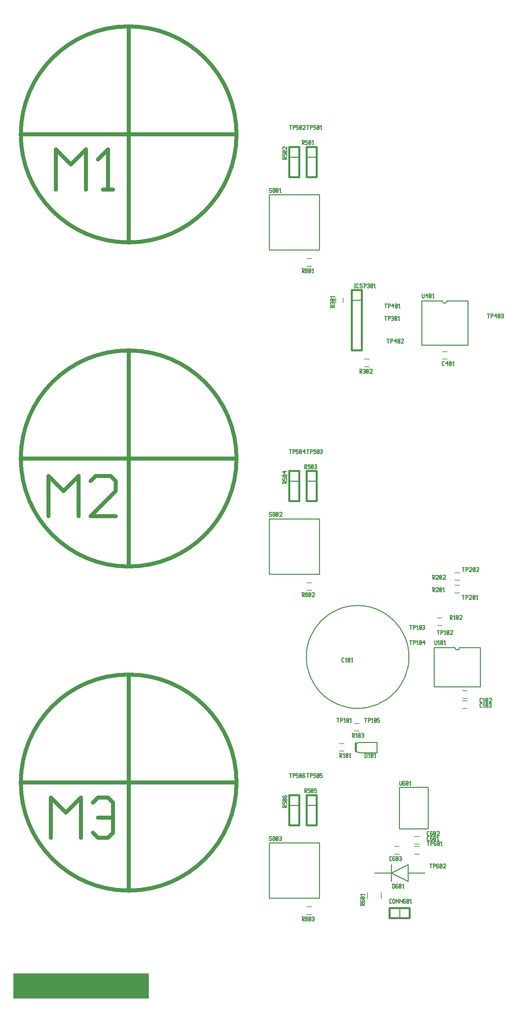
<source format=gbr>
G04 start of page 7 for group -4079 idx -4079
G04 Title: (unknown), topsilk *
G04 Creator: pcb-bin 20060822 *
G04 CreationDate: Mon Jun 16 01:23:04 2008 UTC *
G04 For: pete *
G04 Format: Gerber/RS-274X *
G04 PCB-Dimensions: 645000 1075000 *
G04 PCB-Coordinate-Origin: lower left *
%MOIN*%
%FSLAX24Y24*%
%LNFRONTSILK*%
%ADD11C,0.0200*%
%ADD12C,0.0400*%
%ADD13C,0.0080*%
%ADD14C,0.0100*%
G54D11*G36*
X10000Y2500D02*X23500D01*
Y0D01*
X10000D01*
Y2500D01*
G37*
G54D12*X21500Y64500D02*Y43000D01*
Y96750D02*Y75250D01*
Y32250D02*Y10750D01*
X11000Y53750D02*X32250D01*
X11000Y21500D02*X32250D01*
X11000Y86000D02*X32250D01*
X21500Y32250D02*G75*G02X32250Y21500I0J-10750D01*G01*
X21500Y64500D02*G75*G02X32250Y53750I0J-10750D01*G01*
X10750Y21500D02*G75*G02X21500Y32250I10750J0D01*G01*
Y43000D02*G75*G02X10750Y53750I0J10750D01*G01*
G75*G02X21500Y64500I10750J0D01*G01*
X32250Y53750D02*G75*G02X21500Y43000I-10750J0D01*G01*
X32250Y21500D02*G75*G02X21500Y10750I-10750J0D01*G01*
G75*G02X10750Y21500I0J10750D01*G01*
X32250Y86000D02*G75*G02X21500Y75250I-10750J0D01*G01*
Y96750D02*G75*G02X32250Y86000I0J-10750D01*G01*
X21500Y75250D02*G75*G02X10750Y86000I0J10750D01*G01*
G75*G02X21500Y96750I10750J0D01*G01*
X14250Y84500D02*Y80500D01*
Y84500D02*X15750Y83000D01*
X17250Y84500D01*
Y80500D01*
X18951D02*X19951D01*
X19451Y84500D02*Y80500D01*
X18451Y83500D02*X19451Y84500D01*
X13750Y20000D02*Y16000D01*
Y20000D02*X15250Y18500D01*
X16750Y20000D01*
Y16000D01*
X17951Y19500D02*X18451Y20000D01*
X19451D01*
X19951Y19500D01*
Y16500D01*
X19451Y16000D02*X19951Y16500D01*
X18451Y16000D02*X19451D01*
X17951Y16500D02*X18451Y16000D01*
Y18000D02*X19951D01*
X13500Y52000D02*Y48000D01*
Y52000D02*X15000Y50500D01*
X16500Y52000D01*
Y48000D01*
X17701Y51500D02*X18201Y52000D01*
X19701D01*
X20201Y51500D01*
Y50500D01*
X17701Y48000D02*X20201Y50500D01*
X17701Y48000D02*X20201D01*
G54D13*X54763Y29624D02*X55236D01*
X54763Y28876D02*X55236D01*
X54763Y30624D02*X55236D01*
X54763Y29876D02*X55236D01*
G54D14*X56550Y34950D02*X54500D01*
X51950D02*X54000D01*
X56550Y31050D02*Y34950D01*
X51950Y31050D02*X56550D01*
X51950Y34950D02*Y31050D01*
X54000Y34950D02*G75*G03X54500Y34950I250J0D01*G01*
G54D13*X54013Y41626D02*X54486D01*
X54013Y42374D02*X54486D01*
X54013Y40376D02*X54486D01*
X54013Y41124D02*X54486D01*
X52263Y37126D02*X52736D01*
X52263Y37874D02*X52736D01*
G54D14*X39206Y33999D02*G75*G03X44324Y28881I5118J0D01*G01*
X49442Y33999D02*G75*G03X44324Y39118I-5118J0D01*G01*
X44324Y28881D02*G75*G03X49442Y34000I0J5118D01*G01*
X44324Y39118D02*G75*G03X39206Y34000I0J-5118D01*G01*
X40250Y52500D02*Y51500D01*
X39250D02*X40250D01*
G54D11*X39250Y52500D02*X40250D01*
Y49500D01*
X39250D02*X40250D01*
X39250Y52500D02*Y49500D01*
G54D14*X38500Y52500D02*Y51500D01*
X37500D02*X38500D01*
G54D11*X37500Y52500D02*X38500D01*
Y49500D01*
X37500D02*X38500D01*
X37500Y52500D02*Y49500D01*
G54D13*X39263Y40626D02*X39736D01*
X39263Y41374D02*X39736D01*
G54D14*X40500Y47750D02*X35500D01*
X40500Y42250D02*X35500D01*
X40500Y47750D02*Y42250D01*
X35500D02*Y47750D01*
G54D13*X50013Y14376D02*X50486D01*
X50013Y15124D02*X50486D01*
X50013Y15376D02*X50486D01*
X50013Y16124D02*X50486D01*
G54D14*X51330Y21040D02*X48480D01*
X51330Y16900D02*Y21040D01*
X48480Y16900D02*X51330D01*
X48480Y21040D02*Y16900D01*
G54D13*X48013Y15124D02*X48486D01*
X48013Y14376D02*X48486D01*
G54D14*X47500Y9000D02*X48500D01*
Y8000D01*
G54D11*X47500Y9000D02*Y8000D01*
Y9000D02*X49500D01*
Y8000D01*
X47500D02*X49500D01*
G54D14*X47660Y13330D02*Y11670D01*
X49340D02*X47660Y12500D01*
X49340Y13330D02*Y11670D01*
X47660Y12500D02*X49340Y13330D01*
Y12500D02*X51000D01*
X46000D02*X47660D01*
G54D13*X46688Y10564D02*Y9935D01*
X45311Y10564D02*Y9935D01*
G54D14*X44490Y25510D02*X44150Y25400D01*
X46250Y25510D02*X44490D01*
X46250Y24490D02*Y25510D01*
X44490Y24490D02*X46250D01*
X44150Y24600D02*X44490Y24490D01*
G54D11*X44150Y25400D02*Y24600D01*
G54D13*X44013Y26626D02*X44486D01*
X44013Y27374D02*X44486D01*
X42513Y25374D02*X42986D01*
X42513Y24626D02*X42986D01*
G54D14*X38500Y20250D02*Y19250D01*
X37500D02*X38500D01*
G54D11*X37500Y20250D02*X38500D01*
Y17250D01*
X37500D02*X38500D01*
X37500Y20250D02*Y17250D01*
G54D14*X40250Y20250D02*Y19250D01*
X39250D02*X40250D01*
G54D11*X39250Y20250D02*X40250D01*
Y17250D01*
X39250D02*X40250D01*
X39250Y20250D02*Y17250D01*
G54D13*X39263Y8376D02*X39736D01*
X39263Y9124D02*X39736D01*
G54D14*X40500Y15500D02*X35500D01*
X40500Y10000D02*X35500D01*
X40500Y15500D02*Y10000D01*
X35500D02*Y15500D01*
G54D13*X52763Y63626D02*X53236D01*
X52763Y64374D02*X53236D01*
G54D14*X55300Y69450D02*X53250D01*
X50700D02*X52750D01*
X55300Y65050D02*Y69450D01*
X50700Y65050D02*X55300D01*
X50700Y69450D02*Y65050D01*
X52750Y69450D02*G75*G03X53250Y69450I250J0D01*G01*
G54D13*X45013Y62876D02*X45486D01*
X45013Y63624D02*X45486D01*
G54D14*X44750Y69500D02*Y70500D01*
X43750Y69500D02*X44750D01*
G54D11*Y70500D02*X43750D01*
X44750Y64500D02*Y70500D01*
X43750Y64500D02*X44750D01*
X43750Y70500D02*Y64500D01*
G54D13*X42126Y69736D02*Y69263D01*
X42874Y69736D02*Y69263D01*
G54D14*X40250Y84750D02*Y83750D01*
X39250D02*X40250D01*
G54D11*X39250Y84750D02*X40250D01*
Y81750D01*
X39250D02*X40250D01*
X39250Y84750D02*Y81750D01*
G54D14*X38500Y84750D02*Y83750D01*
X37500D02*X38500D01*
G54D11*X37500Y84750D02*X38500D01*
Y81750D01*
X37500D02*X38500D01*
X37500Y84750D02*Y81750D01*
G54D13*X39263Y72876D02*X39736D01*
X39263Y73624D02*X39736D01*
G54D14*X40500Y80000D02*X35500D01*
X40500Y74500D02*X35500D01*
X40500Y80000D02*Y74500D01*
X35500D02*Y80000D01*
X56550Y29000D02*X56700D01*
X56500Y29050D02*X56550Y29000D01*
X56500Y29350D02*Y29050D01*
Y29350D02*X56550Y29400D01*
X56700D01*
X56870Y29000D02*X56970D01*
X56920Y29400D02*Y29000D01*
X56820Y29300D02*X56920Y29400D01*
X57090Y29050D02*X57140Y29000D01*
X57090Y29350D02*Y29050D01*
Y29350D02*X57140Y29400D01*
X57240D01*
X57290Y29350D01*
Y29050D01*
X57240Y29000D02*X57290Y29050D01*
X57140Y29000D02*X57240D01*
X57090Y29100D02*X57290Y29300D01*
X57410Y29350D02*X57460Y29400D01*
X57560D01*
X57610Y29350D01*
Y29050D01*
X57560Y29000D02*X57610Y29050D01*
X57460Y29000D02*X57560D01*
X57410Y29050D02*X57460Y29000D01*
Y29200D02*X57610D01*
X56550Y29500D02*X56700D01*
X56500Y29550D02*X56550Y29500D01*
X56500Y29850D02*Y29550D01*
Y29850D02*X56550Y29900D01*
X56700D01*
X56870Y29500D02*X56970D01*
X56920Y29900D02*Y29500D01*
X56820Y29800D02*X56920Y29900D01*
X57090Y29550D02*X57140Y29500D01*
X57090Y29850D02*Y29550D01*
Y29850D02*X57140Y29900D01*
X57240D01*
X57290Y29850D01*
Y29550D01*
X57240Y29500D02*X57290Y29550D01*
X57140Y29500D02*X57240D01*
X57090Y29600D02*X57290Y29800D01*
X57410Y29850D02*X57460Y29900D01*
X57610D01*
X57660Y29850D01*
Y29750D01*
X57410Y29500D02*X57660Y29750D01*
X57410Y29500D02*X57660D01*
X54750Y40150D02*X54950D01*
X54850D02*Y39750D01*
X55120Y40150D02*Y39750D01*
X55070Y40150D02*X55270D01*
X55320Y40100D01*
Y40000D01*
X55270Y39950D02*X55320Y40000D01*
X55120Y39950D02*X55270D01*
X55440Y40100D02*X55490Y40150D01*
X55640D01*
X55690Y40100D01*
Y40000D01*
X55440Y39750D02*X55690Y40000D01*
X55440Y39750D02*X55690D01*
X55810Y39800D02*X55860Y39750D01*
X55810Y40100D02*Y39800D01*
Y40100D02*X55860Y40150D01*
X55960D01*
X56010Y40100D01*
Y39800D01*
X55960Y39750D02*X56010Y39800D01*
X55860Y39750D02*X55960D01*
X55810Y39850D02*X56010Y40050D01*
X56180Y39750D02*X56280D01*
X56230Y40150D02*Y39750D01*
X56130Y40050D02*X56230Y40150D01*
X54750Y42900D02*X54950D01*
X54850D02*Y42500D01*
X55120Y42900D02*Y42500D01*
X55070Y42900D02*X55270D01*
X55320Y42850D01*
Y42750D01*
X55270Y42700D02*X55320Y42750D01*
X55120Y42700D02*X55270D01*
X55440Y42850D02*X55490Y42900D01*
X55640D01*
X55690Y42850D01*
Y42750D01*
X55440Y42500D02*X55690Y42750D01*
X55440Y42500D02*X55690D01*
X55810Y42550D02*X55860Y42500D01*
X55810Y42850D02*Y42550D01*
Y42850D02*X55860Y42900D01*
X55960D01*
X56010Y42850D01*
Y42550D01*
X55960Y42500D02*X56010Y42550D01*
X55860Y42500D02*X55960D01*
X55810Y42600D02*X56010Y42800D01*
X56130Y42850D02*X56180Y42900D01*
X56330D01*
X56380Y42850D01*
Y42750D01*
X56130Y42500D02*X56380Y42750D01*
X56130Y42500D02*X56380D01*
X53500Y38150D02*X53700D01*
X53750Y38100D01*
Y38000D01*
X53700Y37950D02*X53750Y38000D01*
X53550Y37950D02*X53700D01*
X53550Y38150D02*Y37750D01*
Y37950D02*X53750Y37750D01*
X53920D02*X54020D01*
X53970Y38150D02*Y37750D01*
X53870Y38050D02*X53970Y38150D01*
X54140Y37800D02*X54190Y37750D01*
X54140Y38100D02*Y37800D01*
Y38100D02*X54190Y38150D01*
X54290D01*
X54340Y38100D01*
Y37800D01*
X54290Y37750D02*X54340Y37800D01*
X54190Y37750D02*X54290D01*
X54140Y37850D02*X54340Y38050D01*
X54460Y38100D02*X54510Y38150D01*
X54660D01*
X54710Y38100D01*
Y38000D01*
X54460Y37750D02*X54710Y38000D01*
X54460Y37750D02*X54710D01*
X52000Y35650D02*Y35300D01*
X52050Y35250D01*
X52150D01*
X52200Y35300D01*
Y35650D02*Y35300D01*
X52370Y35250D02*X52470D01*
X52420Y35650D02*Y35250D01*
X52320Y35550D02*X52420Y35650D01*
X52590Y35300D02*X52640Y35250D01*
X52590Y35600D02*Y35300D01*
Y35600D02*X52640Y35650D01*
X52740D01*
X52790Y35600D01*
Y35300D01*
X52740Y35250D02*X52790Y35300D01*
X52640Y35250D02*X52740D01*
X52590Y35350D02*X52790Y35550D01*
X52960Y35250D02*X53060D01*
X53010Y35650D02*Y35250D01*
X52910Y35550D02*X53010Y35650D01*
X52250Y36650D02*X52450D01*
X52350D02*Y36250D01*
X52620Y36650D02*Y36250D01*
X52570Y36650D02*X52770D01*
X52820Y36600D01*
Y36500D01*
X52770Y36450D02*X52820Y36500D01*
X52620Y36450D02*X52770D01*
X52990Y36250D02*X53090D01*
X53040Y36650D02*Y36250D01*
X52940Y36550D02*X53040Y36650D01*
X53210Y36300D02*X53260Y36250D01*
X53210Y36600D02*Y36300D01*
Y36600D02*X53260Y36650D01*
X53360D01*
X53410Y36600D01*
Y36300D01*
X53360Y36250D02*X53410Y36300D01*
X53260Y36250D02*X53360D01*
X53210Y36350D02*X53410Y36550D01*
X53530Y36600D02*X53580Y36650D01*
X53730D01*
X53780Y36600D01*
Y36500D01*
X53530Y36250D02*X53780Y36500D01*
X53530Y36250D02*X53780D01*
X51750Y40900D02*X51950D01*
X52000Y40850D01*
Y40750D01*
X51950Y40700D02*X52000Y40750D01*
X51800Y40700D02*X51950D01*
X51800Y40900D02*Y40500D01*
Y40700D02*X52000Y40500D01*
X52120Y40850D02*X52170Y40900D01*
X52320D01*
X52370Y40850D01*
Y40750D01*
X52120Y40500D02*X52370Y40750D01*
X52120Y40500D02*X52370D01*
X52490Y40550D02*X52540Y40500D01*
X52490Y40850D02*Y40550D01*
Y40850D02*X52540Y40900D01*
X52640D01*
X52690Y40850D01*
Y40550D01*
X52640Y40500D02*X52690Y40550D01*
X52540Y40500D02*X52640D01*
X52490Y40600D02*X52690Y40800D01*
X52860Y40500D02*X52960D01*
X52910Y40900D02*Y40500D01*
X52810Y40800D02*X52910Y40900D01*
X49500Y37150D02*X49700D01*
X49600D02*Y36750D01*
X49870Y37150D02*Y36750D01*
X49820Y37150D02*X50020D01*
X50070Y37100D01*
Y37000D01*
X50020Y36950D02*X50070Y37000D01*
X49870Y36950D02*X50020D01*
X50240Y36750D02*X50340D01*
X50290Y37150D02*Y36750D01*
X50190Y37050D02*X50290Y37150D01*
X50460Y36800D02*X50510Y36750D01*
X50460Y37100D02*Y36800D01*
Y37100D02*X50510Y37150D01*
X50610D01*
X50660Y37100D01*
Y36800D01*
X50610Y36750D02*X50660Y36800D01*
X50510Y36750D02*X50610D01*
X50460Y36850D02*X50660Y37050D01*
X50780Y37100D02*X50830Y37150D01*
X50930D01*
X50980Y37100D01*
Y36800D01*
X50930Y36750D02*X50980Y36800D01*
X50830Y36750D02*X50930D01*
X50780Y36800D02*X50830Y36750D01*
Y36950D02*X50980D01*
X49500Y35650D02*X49700D01*
X49600D02*Y35250D01*
X49870Y35650D02*Y35250D01*
X49820Y35650D02*X50020D01*
X50070Y35600D01*
Y35500D01*
X50020Y35450D02*X50070Y35500D01*
X49870Y35450D02*X50020D01*
X50240Y35250D02*X50340D01*
X50290Y35650D02*Y35250D01*
X50190Y35550D02*X50290Y35650D01*
X50460Y35300D02*X50510Y35250D01*
X50460Y35600D02*Y35300D01*
Y35600D02*X50510Y35650D01*
X50610D01*
X50660Y35600D01*
Y35300D01*
X50610Y35250D02*X50660Y35300D01*
X50510Y35250D02*X50610D01*
X50460Y35350D02*X50660Y35550D01*
X50780Y35450D02*X50980Y35650D01*
X50780Y35450D02*X51030D01*
X50980Y35650D02*Y35250D01*
X51750Y42150D02*X51950D01*
X52000Y42100D01*
Y42000D01*
X51950Y41950D02*X52000Y42000D01*
X51800Y41950D02*X51950D01*
X51800Y42150D02*Y41750D01*
Y41950D02*X52000Y41750D01*
X52120Y42100D02*X52170Y42150D01*
X52320D01*
X52370Y42100D01*
Y42000D01*
X52120Y41750D02*X52370Y42000D01*
X52120Y41750D02*X52370D01*
X52490Y41800D02*X52540Y41750D01*
X52490Y42100D02*Y41800D01*
Y42100D02*X52540Y42150D01*
X52640D01*
X52690Y42100D01*
Y41800D01*
X52640Y41750D02*X52690Y41800D01*
X52540Y41750D02*X52640D01*
X52490Y41850D02*X52690Y42050D01*
X52810Y42100D02*X52860Y42150D01*
X53010D01*
X53060Y42100D01*
Y42000D01*
X52810Y41750D02*X53060Y42000D01*
X52810Y41750D02*X53060D01*
X42800Y33500D02*X42950D01*
X42750Y33550D02*X42800Y33500D01*
X42750Y33850D02*Y33550D01*
Y33850D02*X42800Y33900D01*
X42950D01*
X43120Y33500D02*X43220D01*
X43170Y33900D02*Y33500D01*
X43070Y33800D02*X43170Y33900D01*
X43340Y33550D02*X43390Y33500D01*
X43340Y33850D02*Y33550D01*
Y33850D02*X43390Y33900D01*
X43490D01*
X43540Y33850D01*
Y33550D01*
X43490Y33500D02*X43540Y33550D01*
X43390Y33500D02*X43490D01*
X43340Y33600D02*X43540Y33800D01*
X43710Y33500D02*X43810D01*
X43760Y33900D02*Y33500D01*
X43660Y33800D02*X43760Y33900D01*
X38750Y40400D02*X38950D01*
X39000Y40350D01*
Y40250D01*
X38950Y40200D02*X39000Y40250D01*
X38800Y40200D02*X38950D01*
X38800Y40400D02*Y40000D01*
Y40200D02*X39000Y40000D01*
X39120Y40050D02*X39170Y40000D01*
X39120Y40150D02*Y40050D01*
Y40150D02*X39170Y40200D01*
X39270D01*
X39320Y40150D01*
Y40050D01*
X39270Y40000D02*X39320Y40050D01*
X39170Y40000D02*X39270D01*
X39120Y40250D02*X39170Y40200D01*
X39120Y40350D02*Y40250D01*
Y40350D02*X39170Y40400D01*
X39270D01*
X39320Y40350D01*
Y40250D01*
X39270Y40200D02*X39320Y40250D01*
X39440Y40050D02*X39490Y40000D01*
X39440Y40350D02*Y40050D01*
Y40350D02*X39490Y40400D01*
X39590D01*
X39640Y40350D01*
Y40050D01*
X39590Y40000D02*X39640Y40050D01*
X39490Y40000D02*X39590D01*
X39440Y40100D02*X39640Y40300D01*
X39760Y40350D02*X39810Y40400D01*
X39960D01*
X40010Y40350D01*
Y40250D01*
X39760Y40000D02*X40010Y40250D01*
X39760Y40000D02*X40010D01*
X57250Y68150D02*X57450D01*
X57350D02*Y67750D01*
X57620Y68150D02*Y67750D01*
X57570Y68150D02*X57770D01*
X57820Y68100D01*
Y68000D01*
X57770Y67950D02*X57820Y68000D01*
X57620Y67950D02*X57770D01*
X57940D02*X58140Y68150D01*
X57940Y67950D02*X58190D01*
X58140Y68150D02*Y67750D01*
X58310Y67800D02*X58360Y67750D01*
X58310Y68100D02*Y67800D01*
Y68100D02*X58360Y68150D01*
X58460D01*
X58510Y68100D01*
Y67800D01*
X58460Y67750D02*X58510Y67800D01*
X58360Y67750D02*X58460D01*
X58310Y67850D02*X58510Y68050D01*
X58630Y68100D02*X58680Y68150D01*
X58780D01*
X58830Y68100D01*
Y67800D01*
X58780Y67750D02*X58830Y67800D01*
X58680Y67750D02*X58780D01*
X58630Y67800D02*X58680Y67750D01*
Y67950D02*X58830D01*
X52800Y63000D02*X52950D01*
X52750Y63050D02*X52800Y63000D01*
X52750Y63350D02*Y63050D01*
Y63350D02*X52800Y63400D01*
X52950D01*
X53070Y63200D02*X53270Y63400D01*
X53070Y63200D02*X53320D01*
X53270Y63400D02*Y63000D01*
X53440Y63050D02*X53490Y63000D01*
X53440Y63350D02*Y63050D01*
Y63350D02*X53490Y63400D01*
X53590D01*
X53640Y63350D01*
Y63050D01*
X53590Y63000D02*X53640Y63050D01*
X53490Y63000D02*X53590D01*
X53440Y63100D02*X53640Y63300D01*
X53810Y63000D02*X53910D01*
X53860Y63400D02*Y63000D01*
X53760Y63300D02*X53860Y63400D01*
X39000Y53150D02*X39200D01*
X39250Y53100D01*
Y53000D01*
X39200Y52950D02*X39250Y53000D01*
X39050Y52950D02*X39200D01*
X39050Y53150D02*Y52750D01*
Y52950D02*X39250Y52750D01*
X39370Y53150D02*X39570D01*
X39370D02*Y52950D01*
X39420Y53000D01*
X39520D01*
X39570Y52950D01*
Y52800D01*
X39520Y52750D02*X39570Y52800D01*
X39420Y52750D02*X39520D01*
X39370Y52800D02*X39420Y52750D01*
X39690Y52800D02*X39740Y52750D01*
X39690Y53100D02*Y52800D01*
Y53100D02*X39740Y53150D01*
X39840D01*
X39890Y53100D01*
Y52800D01*
X39840Y52750D02*X39890Y52800D01*
X39740Y52750D02*X39840D01*
X39690Y52850D02*X39890Y53050D01*
X40010Y53100D02*X40060Y53150D01*
X40160D01*
X40210Y53100D01*
Y52800D01*
X40160Y52750D02*X40210Y52800D01*
X40060Y52750D02*X40160D01*
X40010Y52800D02*X40060Y52750D01*
Y52950D02*X40210D01*
X47250Y65650D02*X47450D01*
X47350D02*Y65250D01*
X47620Y65650D02*Y65250D01*
X47570Y65650D02*X47770D01*
X47820Y65600D01*
Y65500D01*
X47770Y65450D02*X47820Y65500D01*
X47620Y65450D02*X47770D01*
X47940D02*X48140Y65650D01*
X47940Y65450D02*X48190D01*
X48140Y65650D02*Y65250D01*
X48310Y65300D02*X48360Y65250D01*
X48310Y65600D02*Y65300D01*
Y65600D02*X48360Y65650D01*
X48460D01*
X48510Y65600D01*
Y65300D01*
X48460Y65250D02*X48510Y65300D01*
X48360Y65250D02*X48460D01*
X48310Y65350D02*X48510Y65550D01*
X48630Y65600D02*X48680Y65650D01*
X48830D01*
X48880Y65600D01*
Y65500D01*
X48630Y65250D02*X48880Y65500D01*
X48630Y65250D02*X48880D01*
X44500Y62650D02*X44700D01*
X44750Y62600D01*
Y62500D01*
X44700Y62450D02*X44750Y62500D01*
X44550Y62450D02*X44700D01*
X44550Y62650D02*Y62250D01*
Y62450D02*X44750Y62250D01*
X44870Y62600D02*X44920Y62650D01*
X45020D01*
X45070Y62600D01*
Y62300D01*
X45020Y62250D02*X45070Y62300D01*
X44920Y62250D02*X45020D01*
X44870Y62300D02*X44920Y62250D01*
Y62450D02*X45070D01*
X45190Y62300D02*X45240Y62250D01*
X45190Y62600D02*Y62300D01*
Y62600D02*X45240Y62650D01*
X45340D01*
X45390Y62600D01*
Y62300D01*
X45340Y62250D02*X45390Y62300D01*
X45240Y62250D02*X45340D01*
X45190Y62350D02*X45390Y62550D01*
X45510Y62600D02*X45560Y62650D01*
X45710D01*
X45760Y62600D01*
Y62500D01*
X45510Y62250D02*X45760Y62500D01*
X45510Y62250D02*X45760D01*
X39250Y54650D02*X39450D01*
X39350D02*Y54250D01*
X39620Y54650D02*Y54250D01*
X39570Y54650D02*X39770D01*
X39820Y54600D01*
Y54500D01*
X39770Y54450D02*X39820Y54500D01*
X39620Y54450D02*X39770D01*
X39940Y54650D02*X40140D01*
X39940D02*Y54450D01*
X39990Y54500D01*
X40090D01*
X40140Y54450D01*
Y54300D01*
X40090Y54250D02*X40140Y54300D01*
X39990Y54250D02*X40090D01*
X39940Y54300D02*X39990Y54250D01*
X40260Y54300D02*X40310Y54250D01*
X40260Y54600D02*Y54300D01*
Y54600D02*X40310Y54650D01*
X40410D01*
X40460Y54600D01*
Y54300D01*
X40410Y54250D02*X40460Y54300D01*
X40310Y54250D02*X40410D01*
X40260Y54350D02*X40460Y54550D01*
X40580Y54600D02*X40630Y54650D01*
X40730D01*
X40780Y54600D01*
Y54300D01*
X40730Y54250D02*X40780Y54300D01*
X40630Y54250D02*X40730D01*
X40580Y54300D02*X40630Y54250D01*
Y54450D02*X40780D01*
X37500Y54650D02*X37700D01*
X37600D02*Y54250D01*
X37870Y54650D02*Y54250D01*
X37820Y54650D02*X38020D01*
X38070Y54600D01*
Y54500D01*
X38020Y54450D02*X38070Y54500D01*
X37870Y54450D02*X38020D01*
X38190Y54650D02*X38390D01*
X38190D02*Y54450D01*
X38240Y54500D01*
X38340D01*
X38390Y54450D01*
Y54300D01*
X38340Y54250D02*X38390Y54300D01*
X38240Y54250D02*X38340D01*
X38190Y54300D02*X38240Y54250D01*
X38510Y54300D02*X38560Y54250D01*
X38510Y54600D02*Y54300D01*
Y54600D02*X38560Y54650D01*
X38660D01*
X38710Y54600D01*
Y54300D01*
X38660Y54250D02*X38710Y54300D01*
X38560Y54250D02*X38660D01*
X38510Y54350D02*X38710Y54550D01*
X38830Y54450D02*X39030Y54650D01*
X38830Y54450D02*X39080D01*
X39030Y54650D02*Y54250D01*
X50750Y70150D02*Y69800D01*
X50800Y69750D01*
X50900D01*
X50950Y69800D01*
Y70150D02*Y69800D01*
X51070Y69950D02*X51270Y70150D01*
X51070Y69950D02*X51320D01*
X51270Y70150D02*Y69750D01*
X51440Y69800D02*X51490Y69750D01*
X51440Y70100D02*Y69800D01*
Y70100D02*X51490Y70150D01*
X51590D01*
X51640Y70100D01*
Y69800D01*
X51590Y69750D02*X51640Y69800D01*
X51490Y69750D02*X51590D01*
X51440Y69850D02*X51640Y70050D01*
X51810Y69750D02*X51910D01*
X51860Y70150D02*Y69750D01*
X51760Y70050D02*X51860Y70150D01*
X47000Y67900D02*X47200D01*
X47100D02*Y67500D01*
X47370Y67900D02*Y67500D01*
X47320Y67900D02*X47520D01*
X47570Y67850D01*
Y67750D01*
X47520Y67700D02*X47570Y67750D01*
X47370Y67700D02*X47520D01*
X47690Y67850D02*X47740Y67900D01*
X47840D01*
X47890Y67850D01*
Y67550D01*
X47840Y67500D02*X47890Y67550D01*
X47740Y67500D02*X47840D01*
X47690Y67550D02*X47740Y67500D01*
Y67700D02*X47890D01*
X48010Y67550D02*X48060Y67500D01*
X48010Y67850D02*Y67550D01*
Y67850D02*X48060Y67900D01*
X48160D01*
X48210Y67850D01*
Y67550D01*
X48160Y67500D02*X48210Y67550D01*
X48060Y67500D02*X48160D01*
X48010Y67600D02*X48210Y67800D01*
X48380Y67500D02*X48480D01*
X48430Y67900D02*Y67500D01*
X48330Y67800D02*X48430Y67900D01*
X47000Y69150D02*X47200D01*
X47100D02*Y68750D01*
X47370Y69150D02*Y68750D01*
X47320Y69150D02*X47520D01*
X47570Y69100D01*
Y69000D01*
X47520Y68950D02*X47570Y69000D01*
X47370Y68950D02*X47520D01*
X47690D02*X47890Y69150D01*
X47690Y68950D02*X47940D01*
X47890Y69150D02*Y68750D01*
X48060Y68800D02*X48110Y68750D01*
X48060Y69100D02*Y68800D01*
Y69100D02*X48110Y69150D01*
X48210D01*
X48260Y69100D01*
Y68800D01*
X48210Y68750D02*X48260Y68800D01*
X48110Y68750D02*X48210D01*
X48060Y68850D02*X48260Y69050D01*
X48430Y68750D02*X48530D01*
X48480Y69150D02*Y68750D01*
X48380Y69050D02*X48480Y69150D01*
X41600Y68950D02*Y68750D01*
Y68950D02*X41650Y69000D01*
X41750D01*
X41800Y68950D02*X41750Y69000D01*
X41800Y68950D02*Y68800D01*
X41600D02*X42000D01*
X41800D02*X42000Y69000D01*
X41650Y69120D02*X41600Y69170D01*
Y69270D02*Y69170D01*
Y69270D02*X41650Y69320D01*
X41950D01*
X42000Y69270D02*X41950Y69320D01*
X42000Y69270D02*Y69170D01*
X41950Y69120D02*X42000Y69170D01*
X41800Y69320D02*Y69170D01*
X41950Y69440D02*X42000Y69490D01*
X41650Y69440D02*X41950D01*
X41650D02*X41600Y69490D01*
Y69590D02*Y69490D01*
Y69590D02*X41650Y69640D01*
X41950D01*
X42000Y69590D02*X41950Y69640D01*
X42000Y69590D02*Y69490D01*
X41900Y69440D02*X41700Y69640D01*
X42000Y69910D02*Y69810D01*
X41600Y69860D02*X42000D01*
X41700Y69760D02*X41600Y69860D01*
X44000Y71150D02*X44100D01*
X44050D02*Y70750D01*
X44000D02*X44100D01*
X44270D02*X44420D01*
X44220Y70800D02*X44270Y70750D01*
X44220Y71100D02*Y70800D01*
Y71100D02*X44270Y71150D01*
X44420D01*
X44740D02*X44790Y71100D01*
X44590Y71150D02*X44740D01*
X44540Y71100D02*X44590Y71150D01*
X44540Y71100D02*Y71000D01*
X44590Y70950D01*
X44740D01*
X44790Y70900D01*
Y70800D01*
X44740Y70750D02*X44790Y70800D01*
X44590Y70750D02*X44740D01*
X44540Y70800D02*X44590Y70750D01*
X44960Y71150D02*Y70750D01*
X44910Y71150D02*X45110D01*
X45160Y71100D01*
Y71000D01*
X45110Y70950D02*X45160Y71000D01*
X44960Y70950D02*X45110D01*
X45280Y71100D02*X45330Y71150D01*
X45430D01*
X45480Y71100D01*
Y70800D01*
X45430Y70750D02*X45480Y70800D01*
X45330Y70750D02*X45430D01*
X45280Y70800D02*X45330Y70750D01*
Y70950D02*X45480D01*
X45600Y70800D02*X45650Y70750D01*
X45600Y71100D02*Y70800D01*
Y71100D02*X45650Y71150D01*
X45750D01*
X45800Y71100D01*
Y70800D01*
X45750Y70750D02*X45800Y70800D01*
X45650Y70750D02*X45750D01*
X45600Y70850D02*X45800Y71050D01*
X45970Y70750D02*X46070D01*
X46020Y71150D02*Y70750D01*
X45920Y71050D02*X46020Y71150D01*
X38750Y72650D02*X38950D01*
X39000Y72600D01*
Y72500D01*
X38950Y72450D02*X39000Y72500D01*
X38800Y72450D02*X38950D01*
X38800Y72650D02*Y72250D01*
Y72450D02*X39000Y72250D01*
X39120Y72300D02*X39170Y72250D01*
X39120Y72400D02*Y72300D01*
Y72400D02*X39170Y72450D01*
X39270D01*
X39320Y72400D01*
Y72300D01*
X39270Y72250D02*X39320Y72300D01*
X39170Y72250D02*X39270D01*
X39120Y72500D02*X39170Y72450D01*
X39120Y72600D02*Y72500D01*
Y72600D02*X39170Y72650D01*
X39270D01*
X39320Y72600D01*
Y72500D01*
X39270Y72450D02*X39320Y72500D01*
X39440Y72300D02*X39490Y72250D01*
X39440Y72600D02*Y72300D01*
Y72600D02*X39490Y72650D01*
X39590D01*
X39640Y72600D01*
Y72300D01*
X39590Y72250D02*X39640Y72300D01*
X39490Y72250D02*X39590D01*
X39440Y72350D02*X39640Y72550D01*
X39810Y72250D02*X39910D01*
X39860Y72650D02*Y72250D01*
X39760Y72550D02*X39860Y72650D01*
X39250Y86900D02*X39450D01*
X39350D02*Y86500D01*
X39620Y86900D02*Y86500D01*
X39570Y86900D02*X39770D01*
X39820Y86850D01*
Y86750D01*
X39770Y86700D02*X39820Y86750D01*
X39620Y86700D02*X39770D01*
X39940Y86900D02*X40140D01*
X39940D02*Y86700D01*
X39990Y86750D01*
X40090D01*
X40140Y86700D01*
Y86550D01*
X40090Y86500D02*X40140Y86550D01*
X39990Y86500D02*X40090D01*
X39940Y86550D02*X39990Y86500D01*
X40260Y86550D02*X40310Y86500D01*
X40260Y86850D02*Y86550D01*
Y86850D02*X40310Y86900D01*
X40410D01*
X40460Y86850D01*
Y86550D01*
X40410Y86500D02*X40460Y86550D01*
X40310Y86500D02*X40410D01*
X40260Y86600D02*X40460Y86800D01*
X40630Y86500D02*X40730D01*
X40680Y86900D02*Y86500D01*
X40580Y86800D02*X40680Y86900D01*
X37500D02*X37700D01*
X37600D02*Y86500D01*
X37870Y86900D02*Y86500D01*
X37820Y86900D02*X38020D01*
X38070Y86850D01*
Y86750D01*
X38020Y86700D02*X38070Y86750D01*
X37870Y86700D02*X38020D01*
X38190Y86900D02*X38390D01*
X38190D02*Y86700D01*
X38240Y86750D01*
X38340D01*
X38390Y86700D01*
Y86550D01*
X38340Y86500D02*X38390Y86550D01*
X38240Y86500D02*X38340D01*
X38190Y86550D02*X38240Y86500D01*
X38510Y86550D02*X38560Y86500D01*
X38510Y86850D02*Y86550D01*
Y86850D02*X38560Y86900D01*
X38660D01*
X38710Y86850D01*
Y86550D01*
X38660Y86500D02*X38710Y86550D01*
X38560Y86500D02*X38660D01*
X38510Y86600D02*X38710Y86800D01*
X38830Y86850D02*X38880Y86900D01*
X39030D01*
X39080Y86850D01*
Y86750D01*
X38830Y86500D02*X39080Y86750D01*
X38830Y86500D02*X39080D01*
X36850Y83700D02*Y83500D01*
Y83700D02*X36900Y83750D01*
X37000D01*
X37050Y83700D02*X37000Y83750D01*
X37050Y83700D02*Y83550D01*
X36850D02*X37250D01*
X37050D02*X37250Y83750D01*
X36850Y84070D02*Y83870D01*
X37050D01*
X37000Y83920D01*
Y84020D02*Y83920D01*
Y84020D02*X37050Y84070D01*
X37200D01*
X37250Y84020D02*X37200Y84070D01*
X37250Y84020D02*Y83920D01*
X37200Y83870D02*X37250Y83920D01*
X37200Y84190D02*X37250Y84240D01*
X36900Y84190D02*X37200D01*
X36900D02*X36850Y84240D01*
Y84340D02*Y84240D01*
Y84340D02*X36900Y84390D01*
X37200D01*
X37250Y84340D02*X37200Y84390D01*
X37250Y84340D02*Y84240D01*
X37150Y84190D02*X36950Y84390D01*
X36900Y84510D02*X36850Y84560D01*
Y84710D02*Y84560D01*
Y84710D02*X36900Y84760D01*
X37000D01*
X37250Y84510D02*X37000Y84760D01*
X37250D02*Y84510D01*
X38750Y85400D02*X38950D01*
X39000Y85350D01*
Y85250D01*
X38950Y85200D02*X39000Y85250D01*
X38800Y85200D02*X38950D01*
X38800Y85400D02*Y85000D01*
Y85200D02*X39000Y85000D01*
X39120Y85400D02*X39320D01*
X39120D02*Y85200D01*
X39170Y85250D01*
X39270D01*
X39320Y85200D01*
Y85050D01*
X39270Y85000D02*X39320Y85050D01*
X39170Y85000D02*X39270D01*
X39120Y85050D02*X39170Y85000D01*
X39440Y85050D02*X39490Y85000D01*
X39440Y85350D02*Y85050D01*
Y85350D02*X39490Y85400D01*
X39590D01*
X39640Y85350D01*
Y85050D01*
X39590Y85000D02*X39640Y85050D01*
X39490Y85000D02*X39590D01*
X39440Y85100D02*X39640Y85300D01*
X39810Y85000D02*X39910D01*
X39860Y85400D02*Y85000D01*
X39760Y85300D02*X39860Y85400D01*
X36850Y51450D02*Y51250D01*
Y51450D02*X36900Y51500D01*
X37000D01*
X37050Y51450D02*X37000Y51500D01*
X37050Y51450D02*Y51300D01*
X36850D02*X37250D01*
X37050D02*X37250Y51500D01*
X36850Y51820D02*Y51620D01*
X37050D01*
X37000Y51670D01*
Y51770D02*Y51670D01*
Y51770D02*X37050Y51820D01*
X37200D01*
X37250Y51770D02*X37200Y51820D01*
X37250Y51770D02*Y51670D01*
X37200Y51620D02*X37250Y51670D01*
X37200Y51940D02*X37250Y51990D01*
X36900Y51940D02*X37200D01*
X36900D02*X36850Y51990D01*
Y52090D02*Y51990D01*
Y52090D02*X36900Y52140D01*
X37200D01*
X37250Y52090D02*X37200Y52140D01*
X37250Y52090D02*Y51990D01*
X37150Y51940D02*X36950Y52140D01*
X37050Y52260D02*X36850Y52460D01*
X37050Y52510D02*Y52260D01*
X36850Y52460D02*X37250D01*
X35700Y80650D02*X35750Y80600D01*
X35550Y80650D02*X35700D01*
X35500Y80600D02*X35550Y80650D01*
X35500Y80600D02*Y80500D01*
X35550Y80450D01*
X35700D01*
X35750Y80400D01*
Y80300D01*
X35700Y80250D02*X35750Y80300D01*
X35550Y80250D02*X35700D01*
X35500Y80300D02*X35550Y80250D01*
X35870Y80300D02*X35920Y80250D01*
X35870Y80400D02*Y80300D01*
Y80400D02*X35920Y80450D01*
X36020D01*
X36070Y80400D01*
Y80300D01*
X36020Y80250D02*X36070Y80300D01*
X35920Y80250D02*X36020D01*
X35870Y80500D02*X35920Y80450D01*
X35870Y80600D02*Y80500D01*
Y80600D02*X35920Y80650D01*
X36020D01*
X36070Y80600D01*
Y80500D01*
X36020Y80450D02*X36070Y80500D01*
X36190Y80300D02*X36240Y80250D01*
X36190Y80600D02*Y80300D01*
Y80600D02*X36240Y80650D01*
X36340D01*
X36390Y80600D01*
Y80300D01*
X36340Y80250D02*X36390Y80300D01*
X36240Y80250D02*X36340D01*
X36190Y80350D02*X36390Y80550D01*
X36560Y80250D02*X36660D01*
X36610Y80650D02*Y80250D01*
X36510Y80550D02*X36610Y80650D01*
X35700Y48400D02*X35750Y48350D01*
X35550Y48400D02*X35700D01*
X35500Y48350D02*X35550Y48400D01*
X35500Y48350D02*Y48250D01*
X35550Y48200D01*
X35700D01*
X35750Y48150D01*
Y48050D01*
X35700Y48000D02*X35750Y48050D01*
X35550Y48000D02*X35700D01*
X35500Y48050D02*X35550Y48000D01*
X35870Y48050D02*X35920Y48000D01*
X35870Y48150D02*Y48050D01*
Y48150D02*X35920Y48200D01*
X36020D01*
X36070Y48150D01*
Y48050D01*
X36020Y48000D02*X36070Y48050D01*
X35920Y48000D02*X36020D01*
X35870Y48250D02*X35920Y48200D01*
X35870Y48350D02*Y48250D01*
Y48350D02*X35920Y48400D01*
X36020D01*
X36070Y48350D01*
Y48250D01*
X36020Y48200D02*X36070Y48250D01*
X36190Y48050D02*X36240Y48000D01*
X36190Y48350D02*Y48050D01*
Y48350D02*X36240Y48400D01*
X36340D01*
X36390Y48350D01*
Y48050D01*
X36340Y48000D02*X36390Y48050D01*
X36240Y48000D02*X36340D01*
X36190Y48100D02*X36390Y48300D01*
X36510Y48350D02*X36560Y48400D01*
X36710D01*
X36760Y48350D01*
Y48250D01*
X36510Y48000D02*X36760Y48250D01*
X36510Y48000D02*X36760D01*
X51300Y15750D02*X51450D01*
X51250Y15800D02*X51300Y15750D01*
X51250Y16100D02*Y15800D01*
Y16100D02*X51300Y16150D01*
X51450D01*
X51720D02*X51770Y16100D01*
X51620Y16150D02*X51720D01*
X51570Y16100D02*X51620Y16150D01*
X51570Y16100D02*Y15800D01*
X51620Y15750D01*
X51720Y15950D02*X51770Y15900D01*
X51570Y15950D02*X51720D01*
X51620Y15750D02*X51720D01*
X51770Y15800D01*
Y15900D02*Y15800D01*
X51890D02*X51940Y15750D01*
X51890Y16100D02*Y15800D01*
Y16100D02*X51940Y16150D01*
X52040D01*
X52090Y16100D01*
Y15800D01*
X52040Y15750D02*X52090Y15800D01*
X51940Y15750D02*X52040D01*
X51890Y15850D02*X52090Y16050D01*
X52260Y15750D02*X52360D01*
X52310Y16150D02*Y15750D01*
X52210Y16050D02*X52310Y16150D01*
X51300Y16250D02*X51450D01*
X51250Y16300D02*X51300Y16250D01*
X51250Y16600D02*Y16300D01*
Y16600D02*X51300Y16650D01*
X51450D01*
X51720D02*X51770Y16600D01*
X51620Y16650D02*X51720D01*
X51570Y16600D02*X51620Y16650D01*
X51570Y16600D02*Y16300D01*
X51620Y16250D01*
X51720Y16450D02*X51770Y16400D01*
X51570Y16450D02*X51720D01*
X51620Y16250D02*X51720D01*
X51770Y16300D01*
Y16400D02*Y16300D01*
X51890D02*X51940Y16250D01*
X51890Y16600D02*Y16300D01*
Y16600D02*X51940Y16650D01*
X52040D01*
X52090Y16600D01*
Y16300D01*
X52040Y16250D02*X52090Y16300D01*
X51940Y16250D02*X52040D01*
X51890Y16350D02*X52090Y16550D01*
X52210Y16600D02*X52260Y16650D01*
X52410D01*
X52460Y16600D01*
Y16500D01*
X52210Y16250D02*X52460Y16500D01*
X52210Y16250D02*X52460D01*
X51250Y15650D02*X51450D01*
X51350D02*Y15250D01*
X51620Y15650D02*Y15250D01*
X51570Y15650D02*X51770D01*
X51820Y15600D01*
Y15500D01*
X51770Y15450D02*X51820Y15500D01*
X51620Y15450D02*X51770D01*
X52090Y15650D02*X52140Y15600D01*
X51990Y15650D02*X52090D01*
X51940Y15600D02*X51990Y15650D01*
X51940Y15600D02*Y15300D01*
X51990Y15250D01*
X52090Y15450D02*X52140Y15400D01*
X51940Y15450D02*X52090D01*
X51990Y15250D02*X52090D01*
X52140Y15300D01*
Y15400D02*Y15300D01*
X52260D02*X52310Y15250D01*
X52260Y15600D02*Y15300D01*
Y15600D02*X52310Y15650D01*
X52410D01*
X52460Y15600D01*
Y15300D01*
X52410Y15250D02*X52460Y15300D01*
X52310Y15250D02*X52410D01*
X52260Y15350D02*X52460Y15550D01*
X52630Y15250D02*X52730D01*
X52680Y15650D02*Y15250D01*
X52580Y15550D02*X52680Y15650D01*
X48500Y21650D02*Y21300D01*
X48550Y21250D01*
X48650D01*
X48700Y21300D01*
Y21650D02*Y21300D01*
X48970Y21650D02*X49020Y21600D01*
X48870Y21650D02*X48970D01*
X48820Y21600D02*X48870Y21650D01*
X48820Y21600D02*Y21300D01*
X48870Y21250D01*
X48970Y21450D02*X49020Y21400D01*
X48820Y21450D02*X48970D01*
X48870Y21250D02*X48970D01*
X49020Y21300D01*
Y21400D02*Y21300D01*
X49140D02*X49190Y21250D01*
X49140Y21600D02*Y21300D01*
Y21600D02*X49190Y21650D01*
X49290D01*
X49340Y21600D01*
Y21300D01*
X49290Y21250D02*X49340Y21300D01*
X49190Y21250D02*X49290D01*
X49140Y21350D02*X49340Y21550D01*
X49510Y21250D02*X49610D01*
X49560Y21650D02*Y21250D01*
X49460Y21550D02*X49560Y21650D01*
X51500Y13400D02*X51700D01*
X51600D02*Y13000D01*
X51870Y13400D02*Y13000D01*
X51820Y13400D02*X52020D01*
X52070Y13350D01*
Y13250D01*
X52020Y13200D02*X52070Y13250D01*
X51870Y13200D02*X52020D01*
X52340Y13400D02*X52390Y13350D01*
X52240Y13400D02*X52340D01*
X52190Y13350D02*X52240Y13400D01*
X52190Y13350D02*Y13050D01*
X52240Y13000D01*
X52340Y13200D02*X52390Y13150D01*
X52190Y13200D02*X52340D01*
X52240Y13000D02*X52340D01*
X52390Y13050D01*
Y13150D02*Y13050D01*
X52510D02*X52560Y13000D01*
X52510Y13350D02*Y13050D01*
Y13350D02*X52560Y13400D01*
X52660D01*
X52710Y13350D01*
Y13050D01*
X52660Y13000D02*X52710Y13050D01*
X52560Y13000D02*X52660D01*
X52510Y13100D02*X52710Y13300D01*
X52830Y13350D02*X52880Y13400D01*
X53030D01*
X53080Y13350D01*
Y13250D01*
X52830Y13000D02*X53080Y13250D01*
X52830Y13000D02*X53080D01*
X47550Y13750D02*X47700D01*
X47500Y13800D02*X47550Y13750D01*
X47500Y14100D02*Y13800D01*
Y14100D02*X47550Y14150D01*
X47700D01*
X47970D02*X48020Y14100D01*
X47870Y14150D02*X47970D01*
X47820Y14100D02*X47870Y14150D01*
X47820Y14100D02*Y13800D01*
X47870Y13750D01*
X47970Y13950D02*X48020Y13900D01*
X47820Y13950D02*X47970D01*
X47870Y13750D02*X47970D01*
X48020Y13800D01*
Y13900D02*Y13800D01*
X48140D02*X48190Y13750D01*
X48140Y14100D02*Y13800D01*
Y14100D02*X48190Y14150D01*
X48290D01*
X48340Y14100D01*
Y13800D01*
X48290Y13750D02*X48340Y13800D01*
X48190Y13750D02*X48290D01*
X48140Y13850D02*X48340Y14050D01*
X48460Y14100D02*X48510Y14150D01*
X48610D01*
X48660Y14100D01*
Y13800D01*
X48610Y13750D02*X48660Y13800D01*
X48510Y13750D02*X48610D01*
X48460Y13800D02*X48510Y13750D01*
Y13950D02*X48660D01*
X45050Y24400D02*Y24000D01*
X45200Y24400D02*X45250Y24350D01*
Y24050D01*
X45200Y24000D02*X45250Y24050D01*
X45000Y24000D02*X45200D01*
X45000Y24400D02*X45200D01*
X45420Y24000D02*X45520D01*
X45470Y24400D02*Y24000D01*
X45370Y24300D02*X45470Y24400D01*
X45640Y24050D02*X45690Y24000D01*
X45640Y24350D02*Y24050D01*
Y24350D02*X45690Y24400D01*
X45790D01*
X45840Y24350D01*
Y24050D01*
X45790Y24000D02*X45840Y24050D01*
X45690Y24000D02*X45790D01*
X45640Y24100D02*X45840Y24300D01*
X46010Y24000D02*X46110D01*
X46060Y24400D02*Y24000D01*
X45960Y24300D02*X46060Y24400D01*
X43750Y26400D02*X43950D01*
X44000Y26350D01*
Y26250D01*
X43950Y26200D02*X44000Y26250D01*
X43800Y26200D02*X43950D01*
X43800Y26400D02*Y26000D01*
Y26200D02*X44000Y26000D01*
X44170D02*X44270D01*
X44220Y26400D02*Y26000D01*
X44120Y26300D02*X44220Y26400D01*
X44390Y26050D02*X44440Y26000D01*
X44390Y26350D02*Y26050D01*
Y26350D02*X44440Y26400D01*
X44540D01*
X44590Y26350D01*
Y26050D01*
X44540Y26000D02*X44590Y26050D01*
X44440Y26000D02*X44540D01*
X44390Y26100D02*X44590Y26300D01*
X44710Y26350D02*X44760Y26400D01*
X44860D01*
X44910Y26350D01*
Y26050D01*
X44860Y26000D02*X44910Y26050D01*
X44760Y26000D02*X44860D01*
X44710Y26050D02*X44760Y26000D01*
Y26200D02*X44910D01*
X42500Y24400D02*X42700D01*
X42750Y24350D01*
Y24250D01*
X42700Y24200D02*X42750Y24250D01*
X42550Y24200D02*X42700D01*
X42550Y24400D02*Y24000D01*
Y24200D02*X42750Y24000D01*
X42920D02*X43020D01*
X42970Y24400D02*Y24000D01*
X42870Y24300D02*X42970Y24400D01*
X43140Y24050D02*X43190Y24000D01*
X43140Y24350D02*Y24050D01*
Y24350D02*X43190Y24400D01*
X43290D01*
X43340Y24350D01*
Y24050D01*
X43290Y24000D02*X43340Y24050D01*
X43190Y24000D02*X43290D01*
X43140Y24100D02*X43340Y24300D01*
X43510Y24000D02*X43610D01*
X43560Y24400D02*Y24000D01*
X43460Y24300D02*X43560Y24400D01*
X45000Y27900D02*X45200D01*
X45100D02*Y27500D01*
X45370Y27900D02*Y27500D01*
X45320Y27900D02*X45520D01*
X45570Y27850D01*
Y27750D01*
X45520Y27700D02*X45570Y27750D01*
X45370Y27700D02*X45520D01*
X45740Y27500D02*X45840D01*
X45790Y27900D02*Y27500D01*
X45690Y27800D02*X45790Y27900D01*
X45960Y27550D02*X46010Y27500D01*
X45960Y27850D02*Y27550D01*
Y27850D02*X46010Y27900D01*
X46110D01*
X46160Y27850D01*
Y27550D01*
X46110Y27500D02*X46160Y27550D01*
X46010Y27500D02*X46110D01*
X45960Y27600D02*X46160Y27800D01*
X46280Y27900D02*X46480D01*
X46280D02*Y27700D01*
X46330Y27750D01*
X46430D01*
X46480Y27700D01*
Y27550D01*
X46430Y27500D02*X46480Y27550D01*
X46330Y27500D02*X46430D01*
X46280Y27550D02*X46330Y27500D01*
X42250Y27900D02*X42450D01*
X42350D02*Y27500D01*
X42620Y27900D02*Y27500D01*
X42570Y27900D02*X42770D01*
X42820Y27850D01*
Y27750D01*
X42770Y27700D02*X42820Y27750D01*
X42620Y27700D02*X42770D01*
X42990Y27500D02*X43090D01*
X43040Y27900D02*Y27500D01*
X42940Y27800D02*X43040Y27900D01*
X43210Y27550D02*X43260Y27500D01*
X43210Y27850D02*Y27550D01*
Y27850D02*X43260Y27900D01*
X43360D01*
X43410Y27850D01*
Y27550D01*
X43360Y27500D02*X43410Y27550D01*
X43260Y27500D02*X43360D01*
X43210Y27600D02*X43410Y27800D01*
X43580Y27500D02*X43680D01*
X43630Y27900D02*Y27500D01*
X43530Y27800D02*X43630Y27900D01*
X47800Y11400D02*Y11000D01*
X47950Y11400D02*X48000Y11350D01*
Y11050D01*
X47950Y11000D02*X48000Y11050D01*
X47750Y11000D02*X47950D01*
X47750Y11400D02*X47950D01*
X48270D02*X48320Y11350D01*
X48170Y11400D02*X48270D01*
X48120Y11350D02*X48170Y11400D01*
X48120Y11350D02*Y11050D01*
X48170Y11000D01*
X48270Y11200D02*X48320Y11150D01*
X48120Y11200D02*X48270D01*
X48170Y11000D02*X48270D01*
X48320Y11050D01*
Y11150D02*Y11050D01*
X48440D02*X48490Y11000D01*
X48440Y11350D02*Y11050D01*
Y11350D02*X48490Y11400D01*
X48590D01*
X48640Y11350D01*
Y11050D01*
X48590Y11000D02*X48640Y11050D01*
X48490Y11000D02*X48590D01*
X48440Y11100D02*X48640Y11300D01*
X48810Y11000D02*X48910D01*
X48860Y11400D02*Y11000D01*
X48760Y11300D02*X48860Y11400D01*
X47550Y9500D02*X47700D01*
X47500Y9550D02*X47550Y9500D01*
X47500Y9850D02*Y9550D01*
Y9850D02*X47550Y9900D01*
X47700D01*
X47820Y9850D02*Y9550D01*
Y9850D02*X47870Y9900D01*
X47970D01*
X48020Y9850D01*
Y9550D01*
X47970Y9500D02*X48020Y9550D01*
X47870Y9500D02*X47970D01*
X47820Y9550D02*X47870Y9500D01*
X48140Y9900D02*Y9500D01*
Y9900D02*Y9850D01*
X48390Y9600D01*
Y9900D02*Y9500D01*
X48510Y9900D02*Y9500D01*
Y9900D02*Y9850D01*
X48760Y9600D01*
Y9900D02*Y9500D01*
X49030Y9900D02*X49080Y9850D01*
X48930Y9900D02*X49030D01*
X48880Y9850D02*X48930Y9900D01*
X48880Y9850D02*Y9550D01*
X48930Y9500D01*
X49030Y9700D02*X49080Y9650D01*
X48880Y9700D02*X49030D01*
X48930Y9500D02*X49030D01*
X49080Y9550D01*
Y9650D02*Y9550D01*
X49200D02*X49250Y9500D01*
X49200Y9850D02*Y9550D01*
Y9850D02*X49250Y9900D01*
X49350D01*
X49400Y9850D01*
Y9550D01*
X49350Y9500D02*X49400Y9550D01*
X49250Y9500D02*X49350D01*
X49200Y9600D02*X49400Y9800D01*
X49570Y9500D02*X49670D01*
X49620Y9900D02*Y9500D01*
X49520Y9800D02*X49620Y9900D01*
X44600Y9450D02*Y9250D01*
Y9450D02*X44650Y9500D01*
X44750D01*
X44800Y9450D02*X44750Y9500D01*
X44800Y9450D02*Y9300D01*
X44600D02*X45000D01*
X44800D02*X45000Y9500D01*
X44600Y9770D02*X44650Y9820D01*
X44600Y9770D02*Y9670D01*
X44650Y9620D02*X44600Y9670D01*
X44650Y9620D02*X44950D01*
X45000Y9670D01*
X44800Y9770D02*X44850Y9820D01*
X44800Y9770D02*Y9620D01*
X45000Y9770D02*Y9670D01*
Y9770D02*X44950Y9820D01*
X44850D02*X44950D01*
Y9940D02*X45000Y9990D01*
X44650Y9940D02*X44950D01*
X44650D02*X44600Y9990D01*
Y10090D02*Y9990D01*
Y10090D02*X44650Y10140D01*
X44950D01*
X45000Y10090D02*X44950Y10140D01*
X45000Y10090D02*Y9990D01*
X44900Y9940D02*X44700Y10140D01*
X45000Y10410D02*Y10310D01*
X44600Y10360D02*X45000D01*
X44700Y10260D02*X44600Y10360D01*
X38750Y8150D02*X38950D01*
X39000Y8100D01*
Y8000D01*
X38950Y7950D02*X39000Y8000D01*
X38800Y7950D02*X38950D01*
X38800Y8150D02*Y7750D01*
Y7950D02*X39000Y7750D01*
X39120Y7800D02*X39170Y7750D01*
X39120Y7900D02*Y7800D01*
Y7900D02*X39170Y7950D01*
X39270D01*
X39320Y7900D01*
Y7800D01*
X39270Y7750D02*X39320Y7800D01*
X39170Y7750D02*X39270D01*
X39120Y8000D02*X39170Y7950D01*
X39120Y8100D02*Y8000D01*
Y8100D02*X39170Y8150D01*
X39270D01*
X39320Y8100D01*
Y8000D01*
X39270Y7950D02*X39320Y8000D01*
X39440Y7800D02*X39490Y7750D01*
X39440Y8100D02*Y7800D01*
Y8100D02*X39490Y8150D01*
X39590D01*
X39640Y8100D01*
Y7800D01*
X39590Y7750D02*X39640Y7800D01*
X39490Y7750D02*X39590D01*
X39440Y7850D02*X39640Y8050D01*
X39760Y8100D02*X39810Y8150D01*
X39910D01*
X39960Y8100D01*
Y7800D01*
X39910Y7750D02*X39960Y7800D01*
X39810Y7750D02*X39910D01*
X39760Y7800D02*X39810Y7750D01*
Y7950D02*X39960D01*
X39250Y22400D02*X39450D01*
X39350D02*Y22000D01*
X39620Y22400D02*Y22000D01*
X39570Y22400D02*X39770D01*
X39820Y22350D01*
Y22250D01*
X39770Y22200D02*X39820Y22250D01*
X39620Y22200D02*X39770D01*
X39940Y22400D02*X40140D01*
X39940D02*Y22200D01*
X39990Y22250D01*
X40090D01*
X40140Y22200D01*
Y22050D01*
X40090Y22000D02*X40140Y22050D01*
X39990Y22000D02*X40090D01*
X39940Y22050D02*X39990Y22000D01*
X40260Y22050D02*X40310Y22000D01*
X40260Y22350D02*Y22050D01*
Y22350D02*X40310Y22400D01*
X40410D01*
X40460Y22350D01*
Y22050D01*
X40410Y22000D02*X40460Y22050D01*
X40310Y22000D02*X40410D01*
X40260Y22100D02*X40460Y22300D01*
X40580Y22400D02*X40780D01*
X40580D02*Y22200D01*
X40630Y22250D01*
X40730D01*
X40780Y22200D01*
Y22050D01*
X40730Y22000D02*X40780Y22050D01*
X40630Y22000D02*X40730D01*
X40580Y22050D02*X40630Y22000D01*
X37500Y22400D02*X37700D01*
X37600D02*Y22000D01*
X37870Y22400D02*Y22000D01*
X37820Y22400D02*X38020D01*
X38070Y22350D01*
Y22250D01*
X38020Y22200D02*X38070Y22250D01*
X37870Y22200D02*X38020D01*
X38190Y22400D02*X38390D01*
X38190D02*Y22200D01*
X38240Y22250D01*
X38340D01*
X38390Y22200D01*
Y22050D01*
X38340Y22000D02*X38390Y22050D01*
X38240Y22000D02*X38340D01*
X38190Y22050D02*X38240Y22000D01*
X38510Y22050D02*X38560Y22000D01*
X38510Y22350D02*Y22050D01*
Y22350D02*X38560Y22400D01*
X38660D01*
X38710Y22350D01*
Y22050D01*
X38660Y22000D02*X38710Y22050D01*
X38560Y22000D02*X38660D01*
X38510Y22100D02*X38710Y22300D01*
X38980Y22400D02*X39030Y22350D01*
X38880Y22400D02*X38980D01*
X38830Y22350D02*X38880Y22400D01*
X38830Y22350D02*Y22050D01*
X38880Y22000D01*
X38980Y22200D02*X39030Y22150D01*
X38830Y22200D02*X38980D01*
X38880Y22000D02*X38980D01*
X39030Y22050D01*
Y22150D02*Y22050D01*
X39000Y20900D02*X39200D01*
X39250Y20850D01*
Y20750D01*
X39200Y20700D02*X39250Y20750D01*
X39050Y20700D02*X39200D01*
X39050Y20900D02*Y20500D01*
Y20700D02*X39250Y20500D01*
X39370Y20900D02*X39570D01*
X39370D02*Y20700D01*
X39420Y20750D01*
X39520D01*
X39570Y20700D01*
Y20550D01*
X39520Y20500D02*X39570Y20550D01*
X39420Y20500D02*X39520D01*
X39370Y20550D02*X39420Y20500D01*
X39690Y20550D02*X39740Y20500D01*
X39690Y20850D02*Y20550D01*
Y20850D02*X39740Y20900D01*
X39840D01*
X39890Y20850D01*
Y20550D01*
X39840Y20500D02*X39890Y20550D01*
X39740Y20500D02*X39840D01*
X39690Y20600D02*X39890Y20800D01*
X40010Y20900D02*X40210D01*
X40010D02*Y20700D01*
X40060Y20750D01*
X40160D01*
X40210Y20700D01*
Y20550D01*
X40160Y20500D02*X40210Y20550D01*
X40060Y20500D02*X40160D01*
X40010Y20550D02*X40060Y20500D01*
X36850Y19200D02*Y19000D01*
Y19200D02*X36900Y19250D01*
X37000D01*
X37050Y19200D02*X37000Y19250D01*
X37050Y19200D02*Y19050D01*
X36850D02*X37250D01*
X37050D02*X37250Y19250D01*
X36850Y19570D02*Y19370D01*
X37050D01*
X37000Y19420D01*
Y19520D02*Y19420D01*
Y19520D02*X37050Y19570D01*
X37200D01*
X37250Y19520D02*X37200Y19570D01*
X37250Y19520D02*Y19420D01*
X37200Y19370D02*X37250Y19420D01*
X37200Y19690D02*X37250Y19740D01*
X36900Y19690D02*X37200D01*
X36900D02*X36850Y19740D01*
Y19840D02*Y19740D01*
Y19840D02*X36900Y19890D01*
X37200D01*
X37250Y19840D02*X37200Y19890D01*
X37250Y19840D02*Y19740D01*
X37150Y19690D02*X36950Y19890D01*
X36850Y20160D02*X36900Y20210D01*
X36850Y20160D02*Y20060D01*
X36900Y20010D02*X36850Y20060D01*
X36900Y20010D02*X37200D01*
X37250Y20060D01*
X37050Y20160D02*X37100Y20210D01*
X37050Y20160D02*Y20010D01*
X37250Y20160D02*Y20060D01*
Y20160D02*X37200Y20210D01*
X37100D02*X37200D01*
X35700Y16150D02*X35750Y16100D01*
X35550Y16150D02*X35700D01*
X35500Y16100D02*X35550Y16150D01*
X35500Y16100D02*Y16000D01*
X35550Y15950D01*
X35700D01*
X35750Y15900D01*
Y15800D01*
X35700Y15750D02*X35750Y15800D01*
X35550Y15750D02*X35700D01*
X35500Y15800D02*X35550Y15750D01*
X35870Y15800D02*X35920Y15750D01*
X35870Y15900D02*Y15800D01*
Y15900D02*X35920Y15950D01*
X36020D01*
X36070Y15900D01*
Y15800D01*
X36020Y15750D02*X36070Y15800D01*
X35920Y15750D02*X36020D01*
X35870Y16000D02*X35920Y15950D01*
X35870Y16100D02*Y16000D01*
Y16100D02*X35920Y16150D01*
X36020D01*
X36070Y16100D01*
Y16000D01*
X36020Y15950D02*X36070Y16000D01*
X36190Y15800D02*X36240Y15750D01*
X36190Y16100D02*Y15800D01*
Y16100D02*X36240Y16150D01*
X36340D01*
X36390Y16100D01*
Y15800D01*
X36340Y15750D02*X36390Y15800D01*
X36240Y15750D02*X36340D01*
X36190Y15850D02*X36390Y16050D01*
X36510Y16100D02*X36560Y16150D01*
X36660D01*
X36710Y16100D01*
Y15800D01*
X36660Y15750D02*X36710Y15800D01*
X36560Y15750D02*X36660D01*
X36510Y15800D02*X36560Y15750D01*
Y15950D02*X36710D01*
M02*

</source>
